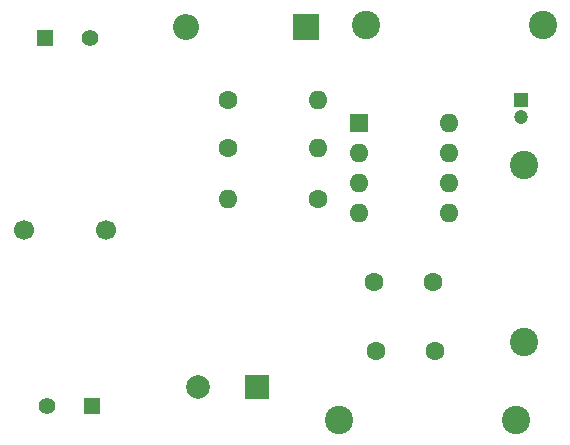
<source format=gbr>
%TF.GenerationSoftware,KiCad,Pcbnew,7.0.6*%
%TF.CreationDate,2023-11-28T22:22:29+05:30*%
%TF.ProjectId,LM386_Board,4c4d3338-365f-4426-9f61-72642e6b6963,v01*%
%TF.SameCoordinates,Original*%
%TF.FileFunction,Soldermask,Bot*%
%TF.FilePolarity,Negative*%
%FSLAX46Y46*%
G04 Gerber Fmt 4.6, Leading zero omitted, Abs format (unit mm)*
G04 Created by KiCad (PCBNEW 7.0.6) date 2023-11-28 22:22:29*
%MOMM*%
%LPD*%
G01*
G04 APERTURE LIST*
%ADD10R,2.200000X2.200000*%
%ADD11O,2.200000X2.200000*%
%ADD12R,1.600000X1.600000*%
%ADD13O,1.600000X1.600000*%
%ADD14C,1.600000*%
%ADD15R,1.400000X1.400000*%
%ADD16C,1.400000*%
%ADD17C,2.400000*%
%ADD18C,1.700000*%
%ADD19R,1.200000X1.200000*%
%ADD20C,1.200000*%
%ADD21R,2.000000X2.000000*%
%ADD22C,2.000000*%
G04 APERTURE END LIST*
D10*
%TO.C,D1*%
X158953200Y-88493600D03*
D11*
X148793200Y-88493600D03*
%TD*%
D12*
%TO.C,U1*%
X163484400Y-96631600D03*
D13*
X163484400Y-99171600D03*
X163484400Y-101711600D03*
X163484400Y-104251600D03*
X171104400Y-104251600D03*
X171104400Y-101711600D03*
X171104400Y-99171600D03*
X171104400Y-96631600D03*
%TD*%
D14*
%TO.C,R1*%
X152400000Y-94654400D03*
D13*
X160020000Y-94654400D03*
%TD*%
D14*
%TO.C,R3*%
X159961000Y-103102400D03*
D13*
X152341000Y-103102400D03*
%TD*%
D15*
%TO.C,J3*%
X140843000Y-120605000D03*
D16*
X137033000Y-120605000D03*
%TD*%
D17*
%TO.C,C5*%
X176791000Y-121793000D03*
X161791000Y-121793000D03*
%TD*%
D14*
%TO.C,C4*%
X164886000Y-115951000D03*
X169886000Y-115951000D03*
%TD*%
%TO.C,C7*%
X164759000Y-110109000D03*
X169759000Y-110109000D03*
%TD*%
D15*
%TO.C,J2*%
X136880600Y-89453000D03*
D16*
X140690600Y-89453000D03*
%TD*%
D18*
%TO.C,J1*%
X135066400Y-105664000D03*
X142066400Y-105664000D03*
%TD*%
D19*
%TO.C,C2*%
X177165000Y-94654401D03*
D20*
X177165000Y-96154401D03*
%TD*%
D14*
%TO.C,R2*%
X152400000Y-98704400D03*
D13*
X160020000Y-98704400D03*
%TD*%
D21*
%TO.C,C3*%
X154860000Y-118999000D03*
D22*
X149860000Y-118999000D03*
%TD*%
D17*
%TO.C,C6*%
X164019200Y-88290400D03*
X179019200Y-88290400D03*
%TD*%
%TO.C,C1*%
X177412000Y-100196000D03*
X177412000Y-115196000D03*
%TD*%
M02*

</source>
